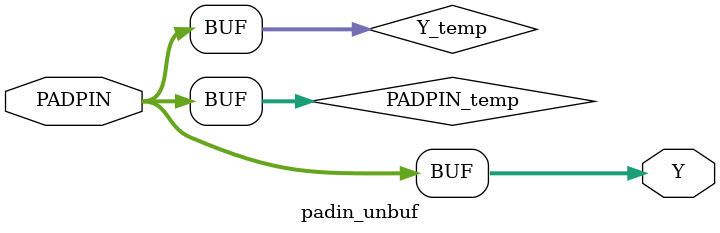
<source format=v>
module padin_unbuf(PADPIN,Y);
  parameter M = 7;
  parameter N = 0;
  parameter SLIM_FLAG = 0;
  parameter YPITCH = "4MA";
  parameter
        d_PADPIN = 0,
        d_Y = 1;
  input [M:N] PADPIN;
  output [M:N] Y;
  wire [M:N] PADPIN_temp;
  reg [M:N] Y_temp;
  assign #(d_PADPIN) PADPIN_temp = PADPIN;
  assign #(d_Y) Y = Y_temp;
  always
    @(PADPIN_temp)
      Y_temp = PADPIN_temp;
endmodule

</source>
